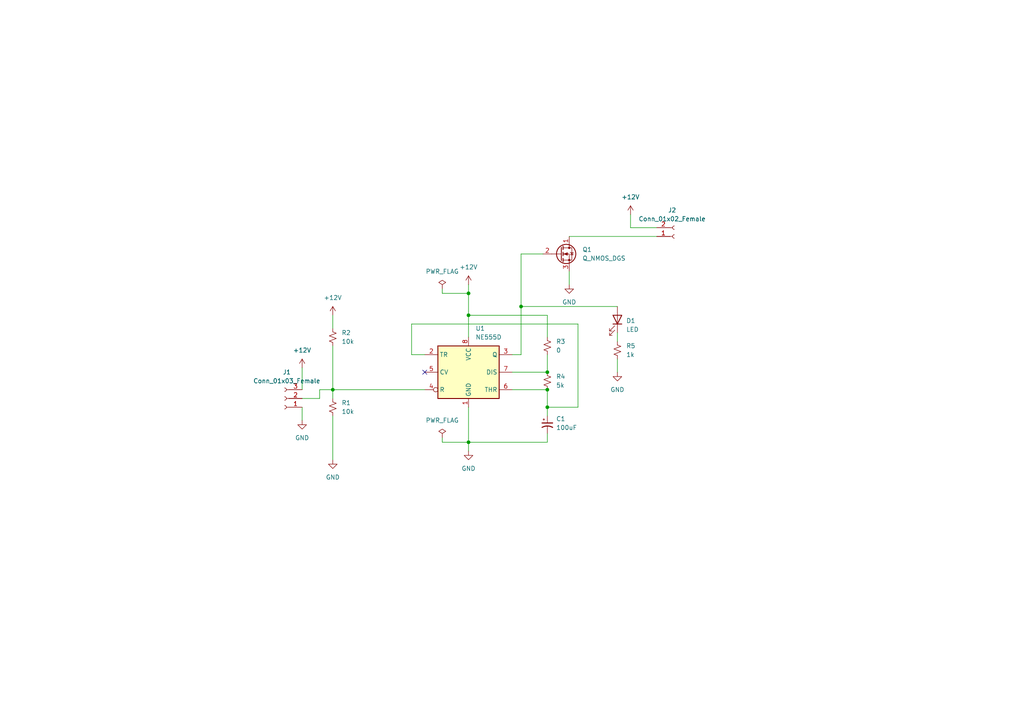
<source format=kicad_sch>
(kicad_sch (version 20211123) (generator eeschema)
  (paper "A4")
  (lib_symbols
    (symbol "Connector:Conn_01x02_Female" (pin_names (offset 1.016) hide)
      (property "Reference" "J" (at 0 2.54 0))
      (property "Value" "Conn_01x02_Female" (at 0 -5.08 0))
      (symbol "Conn_01x02_Female_1_1"
        (arc (start 0 -2.032) (mid -0.508 -2.54) (end 0 -3.048) (stroke (width 0.1524)))
        (polyline (pts (xy -1.27 -2.54) (xy -0.508 -2.54)) (stroke (width 0.1524)))
        (polyline (pts (xy -1.27 0) (xy -0.508 0)) (stroke (width 0.1524)))
        (arc (start 0 0.508) (mid -0.508 0) (end 0 -0.508) (stroke (width 0.1524)))
        (pin passive line (at -5.08 0 0) (length 3.81) (name "Pin_1") (number "1"))
        (pin passive line (at -5.08 -2.54 0) (length 3.81) (name "Pin_2") (number "2"))
      )
    )
    (symbol "Connector:Conn_01x03_Female" (pin_names (offset 1.016) hide)
      (property "Reference" "J" (at 0 5.08 0))
      (property "Value" "Conn_01x03_Female" (at 0 -5.08 0))
      (symbol "Conn_01x03_Female_1_1"
        (arc (start 0 -2.032) (mid -0.508 -2.54) (end 0 -3.048) (stroke (width 0.1524)))
        (polyline (pts (xy -1.27 -2.54) (xy -0.508 -2.54)) (stroke (width 0.1524)))
        (polyline (pts (xy -1.27 0) (xy -0.508 0)) (stroke (width 0.1524)))
        (polyline (pts (xy -1.27 2.54) (xy -0.508 2.54)) (stroke (width 0.1524)))
        (arc (start 0 0.508) (mid -0.508 0) (end 0 -0.508) (stroke (width 0.1524)))
        (arc (start 0 3.048) (mid -0.508 2.54) (end 0 2.032) (stroke (width 0.1524)))
        (pin passive line (at -5.08 2.54 0) (length 3.81) (name "Pin_1") (number "1"))
        (pin passive line (at -5.08 0 0) (length 3.81) (name "Pin_2") (number "2"))
        (pin passive line (at -5.08 -2.54 0) (length 3.81) (name "Pin_3") (number "3"))
      )
    )
    (symbol "Device:C_Polarized_Small_US" (pin_numbers hide) (pin_names (offset 0.254) hide)
      (property "Reference" "C" (at 0.254 1.778 0))
      (property "Value" "C_Polarized_Small_US" (at 0.254 -2.032 0))
      (symbol "C_Polarized_Small_US_0_1"
        (polyline (pts (xy -1.524 0.508) (xy 1.524 0.508)) (stroke (width 0.3048)))
        (polyline (pts (xy -1.27 1.524) (xy -0.762 1.524)))
        (polyline (pts (xy -1.016 1.27) (xy -1.016 1.778)))
        (arc (start 1.524 -0.762) (mid 0 -0.3734) (end -1.524 -0.762) (stroke (width 0.3048)))
      )
      (symbol "C_Polarized_Small_US_1_1"
        (pin passive line (at 0 2.54 270) (length 2.032) (name "~") (number "1"))
        (pin passive line (at 0 -2.54 90) (length 2.032) (name "~") (number "2"))
      )
    )
    (symbol "Device:LED" (pin_numbers hide) (pin_names (offset 1.016) hide)
      (property "Reference" "D" (at 0 2.54 0))
      (property "Value" "LED" (at 0 -2.54 0))
      (symbol "LED_0_1"
        (polyline (pts (xy -1.27 -1.27) (xy -1.27 1.27)) (stroke (width 0.254)))
        (polyline (pts (xy -1.27 0) (xy 1.27 0)))
        (polyline (pts (xy 1.27 -1.27) (xy 1.27 1.27) (xy -1.27 0) (xy 1.27 -1.27)) (stroke (width 0.254)))
        (polyline (pts (xy -3.048 -0.762) (xy -4.572 -2.286) (xy -3.81 -2.286) (xy -4.572 -2.286) (xy -4.572 -1.524)))
        (polyline (pts (xy -1.778 -0.762) (xy -3.302 -2.286) (xy -2.54 -2.286) (xy -3.302 -2.286) (xy -3.302 -1.524)))
      )
      (symbol "LED_1_1"
        (pin passive line (at -3.81 0 0) (length 2.54) (name "K") (number "1"))
        (pin passive line (at 3.81 0 180) (length 2.54) (name "A") (number "2"))
      )
    )
    (symbol "Device:Q_NMOS_DGS" (pin_names (offset 0) hide)
      (property "Reference" "Q" (at 5.08 1.27 0))
      (property "Value" "Q_NMOS_DGS" (at 5.08 -1.27 0))
      (symbol "Q_NMOS_DGS_0_1"
        (polyline (pts (xy 0.254 0) (xy -2.54 0)))
        (polyline (pts (xy 0.254 1.905) (xy 0.254 -1.905)) (stroke (width 0.254)))
        (polyline (pts (xy 0.762 -1.27) (xy 0.762 -2.286)) (stroke (width 0.254)))
        (polyline (pts (xy 0.762 0.508) (xy 0.762 -0.508)) (stroke (width 0.254)))
        (polyline (pts (xy 0.762 2.286) (xy 0.762 1.27)) (stroke (width 0.254)))
        (polyline (pts (xy 2.54 2.54) (xy 2.54 1.778)))
        (polyline (pts (xy 2.54 -2.54) (xy 2.54 0) (xy 0.762 0)))
        (polyline (pts (xy 0.762 -1.778) (xy 3.302 -1.778) (xy 3.302 1.778) (xy 0.762 1.778)))
        (polyline (pts (xy 1.016 0) (xy 2.032 0.381) (xy 2.032 -0.381) (xy 1.016 0)) (fill (type outline)))
        (polyline (pts (xy 2.794 0.508) (xy 2.921 0.381) (xy 3.683 0.381) (xy 3.81 0.254)))
        (polyline (pts (xy 3.302 0.381) (xy 2.921 -0.254) (xy 3.683 -0.254) (xy 3.302 0.381)))
        (circle (center 1.651 0) (radius 2.794) (stroke (width 0.254)))
        (circle (center 2.54 -1.778) (radius 0.254) (fill (type outline)))
        (circle (center 2.54 1.778) (radius 0.254) (fill (type outline)))
      )
      (symbol "Q_NMOS_DGS_1_1"
        (pin passive line (at 2.54 5.08 270) (length 2.54) (name "D") (number "1"))
        (pin input line (at -5.08 0 0) (length 2.54) (name "G") (number "2"))
        (pin passive line (at 2.54 -5.08 90) (length 2.54) (name "S") (number "3"))
      )
    )
    (symbol "Device:R_Small_US" (pin_numbers hide) (pin_names (offset 0.254) hide)
      (property "Reference" "R" (at 0.762 0.508 0))
      (property "Value" "R_Small_US" (at 0.762 -1.016 0))
      (symbol "R_Small_US_1_1"
        (polyline (pts (xy 0 0) (xy 1.016 -0.381) (xy 0 -0.762) (xy -1.016 -1.143) (xy 0 -1.524)))
        (polyline (pts (xy 0 1.524) (xy 1.016 1.143) (xy 0 0.762) (xy -1.016 0.381) (xy 0 0)))
        (pin passive line (at 0 2.54 270) (length 1.016) (name "~") (number "1"))
        (pin passive line (at 0 -2.54 90) (length 1.016) (name "~") (number "2"))
      )
    )
    (symbol "Timer:NE555D"
      (property "Reference" "U" (at -10.16 8.89 0))
      (property "Value" "NE555D" (at 2.54 8.89 0))
      (symbol "NE555D_0_0"
        (pin power_in line (at 0 -10.16 90) (length 2.54) (name "GND") (number "1"))
        (pin power_in line (at 0 10.16 270) (length 2.54) (name "VCC") (number "8"))
      )
      (symbol "NE555D_0_1"
        (rectangle (start -8.89 -7.62) (end 8.89 7.62) (stroke (width 0.254)) (fill (type background)))
        (rectangle (start -8.89 -7.62) (end 8.89 7.62) (stroke (width 0.254)) (fill (type background)))
      )
      (symbol "NE555D_1_1"
        (pin input line (at -12.7 5.08 0) (length 3.81) (name "TR") (number "2"))
        (pin output line (at 12.7 5.08 180) (length 3.81) (name "Q") (number "3"))
        (pin input inverted (at -12.7 -5.08 0) (length 3.81) (name "R") (number "4"))
        (pin input line (at -12.7 0 0) (length 3.81) (name "CV") (number "5"))
        (pin input line (at 12.7 -5.08 180) (length 3.81) (name "THR") (number "6"))
        (pin input line (at 12.7 0 180) (length 3.81) (name "DIS") (number "7"))
      )
    )
    (symbol "power:+12V" (power) (pin_names (offset 0))
      (property "Value" "+12V" (at 0 3.556 0))
      (symbol "+12V_0_1"
        (polyline (pts (xy -0.762 1.27) (xy 0 2.54)))
        (polyline (pts (xy 0 0) (xy 0 2.54)))
        (polyline (pts (xy 0 2.54) (xy 0.762 1.27)))
      )
      (symbol "+12V_1_1"
        (pin power_in line (at 0 0 90) (length 0) hide (name "+12V") (number "1"))
      )
    )
    (symbol "power:GND" (power) (pin_names (offset 0))
      (property "Value" "GND" (at 0 -3.81 0))
      (symbol "GND_0_1"
        (polyline (pts (xy 0 0) (xy 0 -1.27) (xy 1.27 -1.27) (xy 0 -2.54) (xy -1.27 -1.27) (xy 0 -1.27)))
      )
      (symbol "GND_1_1"
        (pin power_in line (at 0 0 270) (length 0) hide (name "GND") (number "1"))
      )
    )
    (symbol "power:PWR_FLAG" (power) (pin_numbers hide) (pin_names (offset 0) hide)
      (property "Value" "PWR_FLAG" (at 0 3.81 0))
      (symbol "PWR_FLAG_0_0"
        (pin power_out line (at 0 0 90) (length 0) (name "pwr") (number "1"))
      )
      (symbol "PWR_FLAG_0_1"
        (polyline (pts (xy 0 0) (xy 0 1.27) (xy -1.016 1.905) (xy 0 2.54) (xy 1.016 1.905) (xy 0 1.27)))
      )
    )
  )
  (junction (at 158.75 113.03))
  (junction (at 96.52 113.03))
  (junction (at 135.89 91.44))
  (junction (at 158.75 118.11))
  (junction (at 151.13 88.9))
  (junction (at 135.89 85.09))
  (junction (at 158.75 107.95))
  (junction (at 135.89 128.27))
  (no_connect (at 123.19 107.95))
  (wire (pts (xy 128.27 85.09) (xy 135.89 85.09)))
  (wire (pts (xy 87.63 115.57) (xy 92.71 115.57)))
  (wire (pts (xy 151.13 102.87) (xy 148.59 102.87)))
  (wire (pts (xy 190.5 66.04) (xy 182.88 66.04)))
  (wire (pts (xy 92.71 115.57) (xy 92.71 113.03)))
  (wire (pts (xy 135.89 91.44) (xy 135.89 97.79)))
  (wire (pts (xy 135.89 82.55) (xy 135.89 85.09)))
  (wire (pts (xy 148.59 107.95) (xy 158.75 107.95)))
  (wire (pts (xy 128.27 83.82) (xy 128.27 85.09)))
  (wire (pts (xy 96.52 120.65) (xy 96.52 133.35)))
  (wire (pts (xy 92.71 113.03) (xy 96.52 113.03)))
  (wire (pts (xy 179.07 96.52) (xy 179.07 99.06)))
  (wire (pts (xy 182.88 66.04) (xy 182.88 62.23)))
  (wire (pts (xy 151.13 73.66) (xy 151.13 88.9)))
  (wire (pts (xy 167.64 118.11) (xy 158.75 118.11)))
  (wire (pts (xy 87.63 106.68) (xy 87.63 113.03)))
  (wire (pts (xy 96.52 100.33) (xy 96.52 113.03)))
  (wire (pts (xy 96.52 113.03) (xy 123.19 113.03)))
  (wire (pts (xy 157.48 73.66) (xy 151.13 73.66)))
  (wire (pts (xy 128.27 128.27) (xy 135.89 128.27)))
  (wire (pts (xy 128.27 127) (xy 128.27 128.27)))
  (wire (pts (xy 119.38 102.87) (xy 123.19 102.87)))
  (wire (pts (xy 87.63 118.11) (xy 87.63 121.92)))
  (wire (pts (xy 165.1 68.58) (xy 190.5 68.58)))
  (wire (pts (xy 119.38 93.98) (xy 167.64 93.98)))
  (wire (pts (xy 151.13 88.9) (xy 179.07 88.9)))
  (wire (pts (xy 167.64 93.98) (xy 167.64 118.11)))
  (wire (pts (xy 135.89 128.27) (xy 158.75 128.27)))
  (wire (pts (xy 179.07 104.14) (xy 179.07 107.95)))
  (wire (pts (xy 135.89 128.27) (xy 135.89 130.81)))
  (wire (pts (xy 119.38 102.87) (xy 119.38 93.98)))
  (wire (pts (xy 158.75 97.79) (xy 158.75 91.44)))
  (wire (pts (xy 135.89 85.09) (xy 135.89 91.44)))
  (wire (pts (xy 158.75 113.03) (xy 158.75 118.11)))
  (wire (pts (xy 158.75 102.87) (xy 158.75 107.95)))
  (wire (pts (xy 135.89 91.44) (xy 158.75 91.44)))
  (wire (pts (xy 96.52 91.44) (xy 96.52 95.25)))
  (wire (pts (xy 158.75 118.11) (xy 158.75 120.65)))
  (wire (pts (xy 151.13 88.9) (xy 151.13 102.87)))
  (wire (pts (xy 96.52 115.57) (xy 96.52 113.03)))
  (wire (pts (xy 158.75 125.73) (xy 158.75 128.27)))
  (wire (pts (xy 135.89 118.11) (xy 135.89 128.27)))
  (wire (pts (xy 165.1 78.74) (xy 165.1 82.55)))
  (wire (pts (xy 148.59 113.03) (xy 158.75 113.03)))
  (symbol (lib_id "power:+12V") (at 182.88 62.23 0) (unit 1)
    (property "Reference" "#PWR09" (effects hide))
    (property "Value" "+12V" (at 182.88 57.15 0))
  )
  (symbol (lib_id "power:+12V") (at 87.63 106.68 0) (unit 1)
    (property "Reference" "#PWR01" (effects hide))
    (property "Value" "+12V" (at 87.63 101.6 0))
  )
  (symbol (lib_id "Device:R_Small_US") (at 158.75 110.49 0) (unit 1)
    (property "Reference" "R4" (at 161.29 109.2199 0) (effects (justify left)))
    (property "Value" "5k" (at 161.29 111.7599 0) (effects (justify left)))
    (property "Footprint" "Resistor_SMD:R_0805_2012Metric_Pad1.20x1.40mm_HandSolder" (effects hide))
  )
  (symbol (lib_id "Device:R_Small_US") (at 158.75 100.33 0) (unit 1)
    (property "Reference" "R3" (at 161.29 99.0599 0) (effects (justify left)))
    (property "Value" "0" (at 161.29 101.5999 0) (effects (justify left)))
    (property "Footprint" "Resistor_SMD:R_0805_2012Metric_Pad1.20x1.40mm_HandSolder" (effects hide))
  )
  (symbol (lib_id "Device:Q_NMOS_DGS") (at 162.56 73.66 0) (unit 1)
    (property "Reference" "Q1" (at 168.91 72.3899 0) (effects (justify left)))
    (property "Value" "Q_NMOS_DGS" (at 168.91 74.9299 0) (effects (justify left)))
    (property "Footprint" "Package_TO_SOT_SMD:TO-252-2_TabPin1" (effects hide))
  )
  (symbol (lib_id "Device:R_Small_US") (at 96.52 118.11 0) (unit 1)
    (property "Reference" "R1" (at 99.06 116.8399 0) (effects (justify left)))
    (property "Value" "10k" (at 99.06 119.3799 0) (effects (justify left)))
    (property "Footprint" "Resistor_SMD:R_0805_2012Metric_Pad1.20x1.40mm_HandSolder" (effects hide))
  )
  (symbol (lib_id "power:PWR_FLAG") (at 128.27 83.82 0) (unit 1)
    (property "Reference" "#FLG0102" (effects hide))
    (property "Value" "PWR_FLAG" (at 128.27 78.74 0))
  )
  (symbol (lib_id "power:GND") (at 96.52 133.35 0) (unit 1)
    (property "Reference" "#PWR04" (effects hide))
    (property "Value" "GND" (at 96.52 138.43 0))
  )
  (symbol (lib_id "Device:R_Small_US") (at 179.07 101.6 180) (unit 1)
    (property "Reference" "R5" (at 181.61 100.3299 0) (effects (justify right)))
    (property "Value" "1k" (at 181.61 102.8699 0) (effects (justify right)))
    (property "Footprint" "Resistor_SMD:R_0805_2012Metric_Pad1.20x1.40mm_HandSolder" (effects hide))
  )
  (symbol (lib_id "power:GND") (at 135.89 130.81 0) (unit 1)
    (property "Reference" "#PWR06" (effects hide))
    (property "Value" "GND" (at 135.89 135.89 0))
  )
  (symbol (lib_id "Connector:Conn_01x02_Female") (at 195.58 68.58 0) (mirror x) (unit 1)
    (property "Reference" "J2" (at 194.945 60.96 0))
    (property "Value" "Conn_01x02_Female" (at 194.945 63.5 0))
    (property "Footprint" "Connector_Molex:Molex_Micro-Fit_3.0_43650-0221_1x02_P3.00mm_Vertical" (effects hide))
  )
  (symbol (lib_id "Connector:Conn_01x03_Female") (at 82.55 115.57 180) (unit 1)
    (property "Reference" "J1" (at 83.185 107.95 0))
    (property "Value" "Conn_01x03_Female" (at 83.185 110.49 0))
    (property "Footprint" "Connector_Molex:Molex_Micro-Fit_3.0_43650-0321_1x03_P3.00mm_Vertical" (effects hide))
  )
  (symbol (lib_id "power:+12V") (at 96.52 91.44 0) (unit 1)
    (property "Reference" "#PWR03" (effects hide))
    (property "Value" "+12V" (at 96.52 86.36 0))
  )
  (symbol (lib_id "Device:R_Small_US") (at 96.52 97.79 0) (unit 1)
    (property "Reference" "R2" (at 99.06 96.5199 0) (effects (justify left)))
    (property "Value" "10k" (at 99.06 99.0599 0) (effects (justify left)))
    (property "Footprint" "Resistor_SMD:R_0805_2012Metric_Pad1.20x1.40mm_HandSolder" (effects hide))
  )
  (symbol (lib_id "Device:C_Polarized_Small_US") (at 158.75 123.19 0) (unit 1)
    (property "Reference" "C1" (at 161.29 121.4881 0) (effects (justify left)))
    (property "Value" "100uF" (at 161.29 124.0281 0) (effects (justify left)))
    (property "Footprint" "Capacitor_Tantalum_SMD:CP_EIA-7343-31_Kemet-D_Pad2.25x2.55mm_HandSolder" (effects hide))
  )
  (symbol (lib_id "Timer:NE555D") (at 135.89 107.95 0) (unit 1)
    (property "Reference" "U1" (at 137.9094 95.25 0) (effects (justify left)))
    (property "Value" "NE555D" (at 137.9094 97.79 0) (effects (justify left)))
    (property "Footprint" "Package_SO:SOIC-8_3.9x4.9mm_P1.27mm" (effects hide))
    (property "Datasheet" "http://www.ti.com/lit/ds/symlink/ne555.pdf" (effects hide))
  )
  (symbol (lib_id "power:GND") (at 165.1 82.55 0) (unit 1)
    (property "Reference" "#PWR07" (effects hide))
    (property "Value" "GND" (at 165.1 87.63 0))
  )
  (symbol (lib_id "power:GND") (at 87.63 121.92 0) (unit 1)
    (property "Reference" "#PWR02" (effects hide))
    (property "Value" "GND" (at 87.63 127 0))
  )
  (symbol (lib_id "Device:LED") (at 179.07 92.71 270) (mirror x) (unit 1)
    (property "Reference" "D1" (at 181.61 93.0274 90) (effects (justify left)))
    (property "Value" "LED" (at 181.61 95.5674 90) (effects (justify left)))
    (property "Footprint" "LED_SMD:LED_0805_2012Metric_Pad1.15x1.40mm_HandSolder" (effects hide))
  )
  (symbol (lib_id "power:+12V") (at 135.89 82.55 0) (unit 1)
    (property "Reference" "#PWR05" (effects hide))
    (property "Value" "+12V" (at 135.89 77.47 0))
  )
  (symbol (lib_id "power:PWR_FLAG") (at 128.27 127 0) (unit 1)
    (property "Reference" "#FLG0101" (effects hide))
    (property "Value" "PWR_FLAG" (at 128.27 121.92 0))
  )
  (symbol (lib_id "power:GND") (at 179.07 107.95 0) (unit 1)
    (property "Reference" "#PWR08" (effects hide))
    (property "Value" "GND" (at 179.07 113.03 0))
  )
)
</source>
